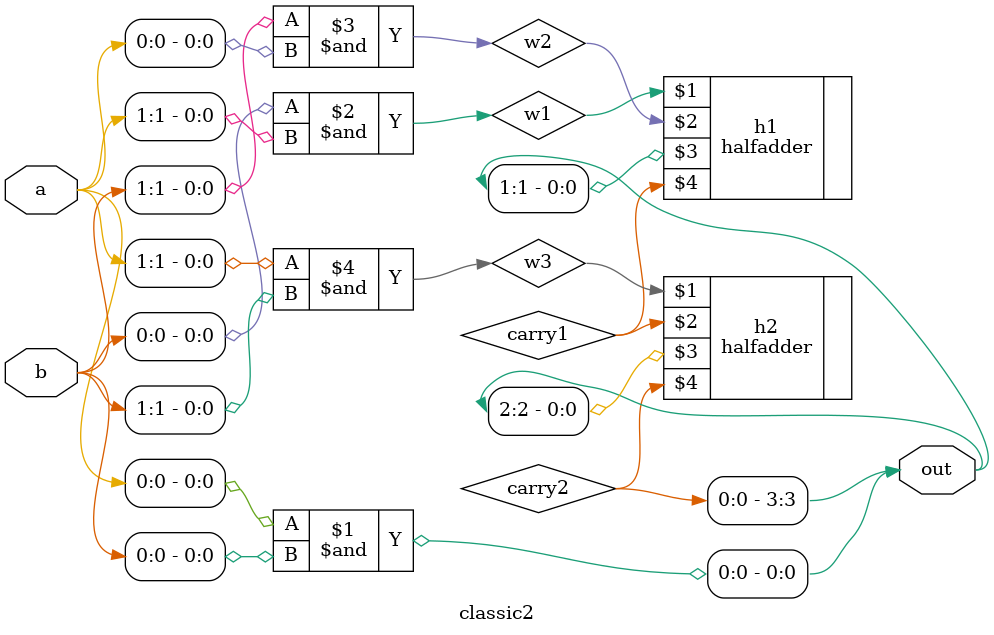
<source format=v>
`timescale 1ns / 1ps


module classic2(input [1:0] a,input [1:0] b,output [3:0] out);
wire w1,w2,w3;
wire carry1,carry2;
and #1 a1(out[0],a[0],b[0]);
and #1 a2(w1,b[0],a[1]);
and #1 a3(w2,b[1],a[0]);
halfadder h1(w1,w2,out[1],carry1);
and #1 a4(w3,a[1],b[1]);
halfadder h2(w3,carry1,out[2],carry2);
assign out[3]=carry2;
endmodule

</source>
